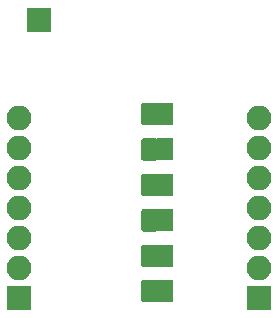
<source format=gbr>
G04 #@! TF.GenerationSoftware,KiCad,Pcbnew,(5.0.0)*
G04 #@! TF.CreationDate,2018-12-13T13:47:45+00:00*
G04 #@! TF.ProjectId,LoraThing,4C6F72615468696E672E6B696361645F,rev?*
G04 #@! TF.SameCoordinates,Original*
G04 #@! TF.FileFunction,Soldermask,Bot*
G04 #@! TF.FilePolarity,Negative*
%FSLAX46Y46*%
G04 Gerber Fmt 4.6, Leading zero omitted, Abs format (unit mm)*
G04 Created by KiCad (PCBNEW (5.0.0)) date 12/13/18 13:47:45*
%MOMM*%
%LPD*%
G01*
G04 APERTURE LIST*
%ADD10R,2.100000X2.100000*%
%ADD11O,2.100000X2.100000*%
%ADD12C,1.000000*%
%ADD13C,0.100000*%
%ADD14R,1.400000X1.900000*%
G04 APERTURE END LIST*
D10*
G04 #@! TO.C,J2*
X133620000Y-68580000D03*
D11*
X133620000Y-66040000D03*
X133620000Y-63500000D03*
X133620000Y-60960000D03*
X133620000Y-58420000D03*
X133620000Y-55880000D03*
X133620000Y-53340000D03*
G04 #@! TD*
D10*
G04 #@! TO.C,J1*
X113300000Y-68580000D03*
D11*
X113300000Y-66040000D03*
X113300000Y-63500000D03*
X113300000Y-60960000D03*
X113300000Y-58420000D03*
X113300000Y-55880000D03*
X113300000Y-53340000D03*
G04 #@! TD*
D10*
G04 #@! TO.C,J3*
X115000000Y-45000000D03*
G04 #@! TD*
D12*
G04 #@! TO.C,JP1*
X124350000Y-68000000D03*
D13*
G36*
X124889018Y-67053843D02*
X124926537Y-67065224D01*
X124961114Y-67083706D01*
X124991421Y-67108579D01*
X125016294Y-67138886D01*
X125034776Y-67173463D01*
X125046157Y-67210982D01*
X125050000Y-67250000D01*
X125050000Y-67500000D01*
X125250000Y-67500000D01*
X125289018Y-67503843D01*
X125326537Y-67515224D01*
X125361114Y-67533706D01*
X125391421Y-67558579D01*
X125416294Y-67588886D01*
X125434776Y-67623463D01*
X125446157Y-67660982D01*
X125450000Y-67700000D01*
X125450000Y-68300000D01*
X125446157Y-68339018D01*
X125434776Y-68376537D01*
X125416294Y-68411114D01*
X125391421Y-68441421D01*
X125361114Y-68466294D01*
X125326537Y-68484776D01*
X125289018Y-68496157D01*
X125250000Y-68500000D01*
X125050000Y-68500000D01*
X125050000Y-68750000D01*
X125046157Y-68789018D01*
X125034776Y-68826537D01*
X125016294Y-68861114D01*
X124991421Y-68891421D01*
X124961114Y-68916294D01*
X124926537Y-68934776D01*
X124889018Y-68946157D01*
X124850000Y-68950000D01*
X123850000Y-68950000D01*
X123810982Y-68946157D01*
X123773463Y-68934776D01*
X123738886Y-68916294D01*
X123708579Y-68891421D01*
X123683706Y-68861114D01*
X123665224Y-68826537D01*
X123653843Y-68789018D01*
X123650000Y-68750000D01*
X123650000Y-67250000D01*
X123653843Y-67210982D01*
X123665224Y-67173463D01*
X123683706Y-67138886D01*
X123708579Y-67108579D01*
X123738886Y-67083706D01*
X123773463Y-67065224D01*
X123810982Y-67053843D01*
X123850000Y-67050000D01*
X124850000Y-67050000D01*
X124889018Y-67053843D01*
X124889018Y-67053843D01*
G37*
D14*
X125650000Y-68000000D03*
G04 #@! TD*
G04 #@! TO.C,JP2*
X125650000Y-65000000D03*
D12*
X124350000Y-65000000D03*
D13*
G36*
X124889018Y-64053843D02*
X124926537Y-64065224D01*
X124961114Y-64083706D01*
X124991421Y-64108579D01*
X125016294Y-64138886D01*
X125034776Y-64173463D01*
X125046157Y-64210982D01*
X125050000Y-64250000D01*
X125050000Y-64500000D01*
X125250000Y-64500000D01*
X125289018Y-64503843D01*
X125326537Y-64515224D01*
X125361114Y-64533706D01*
X125391421Y-64558579D01*
X125416294Y-64588886D01*
X125434776Y-64623463D01*
X125446157Y-64660982D01*
X125450000Y-64700000D01*
X125450000Y-65300000D01*
X125446157Y-65339018D01*
X125434776Y-65376537D01*
X125416294Y-65411114D01*
X125391421Y-65441421D01*
X125361114Y-65466294D01*
X125326537Y-65484776D01*
X125289018Y-65496157D01*
X125250000Y-65500000D01*
X125050000Y-65500000D01*
X125050000Y-65750000D01*
X125046157Y-65789018D01*
X125034776Y-65826537D01*
X125016294Y-65861114D01*
X124991421Y-65891421D01*
X124961114Y-65916294D01*
X124926537Y-65934776D01*
X124889018Y-65946157D01*
X124850000Y-65950000D01*
X123850000Y-65950000D01*
X123810982Y-65946157D01*
X123773463Y-65934776D01*
X123738886Y-65916294D01*
X123708579Y-65891421D01*
X123683706Y-65861114D01*
X123665224Y-65826537D01*
X123653843Y-65789018D01*
X123650000Y-65750000D01*
X123650000Y-64250000D01*
X123653843Y-64210982D01*
X123665224Y-64173463D01*
X123683706Y-64138886D01*
X123708579Y-64108579D01*
X123738886Y-64083706D01*
X123773463Y-64065224D01*
X123810982Y-64053843D01*
X123850000Y-64050000D01*
X124850000Y-64050000D01*
X124889018Y-64053843D01*
X124889018Y-64053843D01*
G37*
G04 #@! TD*
D14*
G04 #@! TO.C,eJP3*
X125650000Y-62000000D03*
D12*
X124350000Y-62000000D03*
D13*
G36*
X124889018Y-61053843D02*
X124926537Y-61065224D01*
X124961114Y-61083706D01*
X124991421Y-61108579D01*
X125016294Y-61138886D01*
X125034776Y-61173463D01*
X125046157Y-61210982D01*
X125050000Y-61250000D01*
X125050000Y-61500000D01*
X125250000Y-61500000D01*
X125289018Y-61503843D01*
X125326537Y-61515224D01*
X125361114Y-61533706D01*
X125391421Y-61558579D01*
X125416294Y-61588886D01*
X125434776Y-61623463D01*
X125446157Y-61660982D01*
X125450000Y-61700000D01*
X125450000Y-62300000D01*
X125446157Y-62339018D01*
X125434776Y-62376537D01*
X125416294Y-62411114D01*
X125391421Y-62441421D01*
X125361114Y-62466294D01*
X125326537Y-62484776D01*
X125289018Y-62496157D01*
X125250000Y-62500000D01*
X125050000Y-62500000D01*
X125050000Y-62750000D01*
X125046157Y-62789018D01*
X125034776Y-62826537D01*
X125016294Y-62861114D01*
X124991421Y-62891421D01*
X124961114Y-62916294D01*
X124926537Y-62934776D01*
X124889018Y-62946157D01*
X124850000Y-62950000D01*
X123850000Y-62950000D01*
X123810982Y-62946157D01*
X123773463Y-62934776D01*
X123738886Y-62916294D01*
X123708579Y-62891421D01*
X123683706Y-62861114D01*
X123665224Y-62826537D01*
X123653843Y-62789018D01*
X123650000Y-62750000D01*
X123650000Y-61250000D01*
X123653843Y-61210982D01*
X123665224Y-61173463D01*
X123683706Y-61138886D01*
X123708579Y-61108579D01*
X123738886Y-61083706D01*
X123773463Y-61065224D01*
X123810982Y-61053843D01*
X123850000Y-61050000D01*
X124850000Y-61050000D01*
X124889018Y-61053843D01*
X124889018Y-61053843D01*
G37*
G04 #@! TD*
D12*
G04 #@! TO.C,JP4*
X124350000Y-59000000D03*
D13*
G36*
X124889018Y-58053843D02*
X124926537Y-58065224D01*
X124961114Y-58083706D01*
X124991421Y-58108579D01*
X125016294Y-58138886D01*
X125034776Y-58173463D01*
X125046157Y-58210982D01*
X125050000Y-58250000D01*
X125050000Y-58500000D01*
X125250000Y-58500000D01*
X125289018Y-58503843D01*
X125326537Y-58515224D01*
X125361114Y-58533706D01*
X125391421Y-58558579D01*
X125416294Y-58588886D01*
X125434776Y-58623463D01*
X125446157Y-58660982D01*
X125450000Y-58700000D01*
X125450000Y-59300000D01*
X125446157Y-59339018D01*
X125434776Y-59376537D01*
X125416294Y-59411114D01*
X125391421Y-59441421D01*
X125361114Y-59466294D01*
X125326537Y-59484776D01*
X125289018Y-59496157D01*
X125250000Y-59500000D01*
X125050000Y-59500000D01*
X125050000Y-59750000D01*
X125046157Y-59789018D01*
X125034776Y-59826537D01*
X125016294Y-59861114D01*
X124991421Y-59891421D01*
X124961114Y-59916294D01*
X124926537Y-59934776D01*
X124889018Y-59946157D01*
X124850000Y-59950000D01*
X123850000Y-59950000D01*
X123810982Y-59946157D01*
X123773463Y-59934776D01*
X123738886Y-59916294D01*
X123708579Y-59891421D01*
X123683706Y-59861114D01*
X123665224Y-59826537D01*
X123653843Y-59789018D01*
X123650000Y-59750000D01*
X123650000Y-58250000D01*
X123653843Y-58210982D01*
X123665224Y-58173463D01*
X123683706Y-58138886D01*
X123708579Y-58108579D01*
X123738886Y-58083706D01*
X123773463Y-58065224D01*
X123810982Y-58053843D01*
X123850000Y-58050000D01*
X124850000Y-58050000D01*
X124889018Y-58053843D01*
X124889018Y-58053843D01*
G37*
D14*
X125650000Y-59000000D03*
G04 #@! TD*
G04 #@! TO.C,JP5*
X125650000Y-56000000D03*
D12*
X124350000Y-56000000D03*
D13*
G36*
X124889018Y-55053843D02*
X124926537Y-55065224D01*
X124961114Y-55083706D01*
X124991421Y-55108579D01*
X125016294Y-55138886D01*
X125034776Y-55173463D01*
X125046157Y-55210982D01*
X125050000Y-55250000D01*
X125050000Y-55500000D01*
X125250000Y-55500000D01*
X125289018Y-55503843D01*
X125326537Y-55515224D01*
X125361114Y-55533706D01*
X125391421Y-55558579D01*
X125416294Y-55588886D01*
X125434776Y-55623463D01*
X125446157Y-55660982D01*
X125450000Y-55700000D01*
X125450000Y-56300000D01*
X125446157Y-56339018D01*
X125434776Y-56376537D01*
X125416294Y-56411114D01*
X125391421Y-56441421D01*
X125361114Y-56466294D01*
X125326537Y-56484776D01*
X125289018Y-56496157D01*
X125250000Y-56500000D01*
X125050000Y-56500000D01*
X125050000Y-56750000D01*
X125046157Y-56789018D01*
X125034776Y-56826537D01*
X125016294Y-56861114D01*
X124991421Y-56891421D01*
X124961114Y-56916294D01*
X124926537Y-56934776D01*
X124889018Y-56946157D01*
X124850000Y-56950000D01*
X123850000Y-56950000D01*
X123810982Y-56946157D01*
X123773463Y-56934776D01*
X123738886Y-56916294D01*
X123708579Y-56891421D01*
X123683706Y-56861114D01*
X123665224Y-56826537D01*
X123653843Y-56789018D01*
X123650000Y-56750000D01*
X123650000Y-55250000D01*
X123653843Y-55210982D01*
X123665224Y-55173463D01*
X123683706Y-55138886D01*
X123708579Y-55108579D01*
X123738886Y-55083706D01*
X123773463Y-55065224D01*
X123810982Y-55053843D01*
X123850000Y-55050000D01*
X124850000Y-55050000D01*
X124889018Y-55053843D01*
X124889018Y-55053843D01*
G37*
G04 #@! TD*
D12*
G04 #@! TO.C,JP6*
X124350000Y-53000000D03*
D13*
G36*
X124889018Y-52053843D02*
X124926537Y-52065224D01*
X124961114Y-52083706D01*
X124991421Y-52108579D01*
X125016294Y-52138886D01*
X125034776Y-52173463D01*
X125046157Y-52210982D01*
X125050000Y-52250000D01*
X125050000Y-52500000D01*
X125250000Y-52500000D01*
X125289018Y-52503843D01*
X125326537Y-52515224D01*
X125361114Y-52533706D01*
X125391421Y-52558579D01*
X125416294Y-52588886D01*
X125434776Y-52623463D01*
X125446157Y-52660982D01*
X125450000Y-52700000D01*
X125450000Y-53300000D01*
X125446157Y-53339018D01*
X125434776Y-53376537D01*
X125416294Y-53411114D01*
X125391421Y-53441421D01*
X125361114Y-53466294D01*
X125326537Y-53484776D01*
X125289018Y-53496157D01*
X125250000Y-53500000D01*
X125050000Y-53500000D01*
X125050000Y-53750000D01*
X125046157Y-53789018D01*
X125034776Y-53826537D01*
X125016294Y-53861114D01*
X124991421Y-53891421D01*
X124961114Y-53916294D01*
X124926537Y-53934776D01*
X124889018Y-53946157D01*
X124850000Y-53950000D01*
X123850000Y-53950000D01*
X123810982Y-53946157D01*
X123773463Y-53934776D01*
X123738886Y-53916294D01*
X123708579Y-53891421D01*
X123683706Y-53861114D01*
X123665224Y-53826537D01*
X123653843Y-53789018D01*
X123650000Y-53750000D01*
X123650000Y-52250000D01*
X123653843Y-52210982D01*
X123665224Y-52173463D01*
X123683706Y-52138886D01*
X123708579Y-52108579D01*
X123738886Y-52083706D01*
X123773463Y-52065224D01*
X123810982Y-52053843D01*
X123850000Y-52050000D01*
X124850000Y-52050000D01*
X124889018Y-52053843D01*
X124889018Y-52053843D01*
G37*
D14*
X125650000Y-53000000D03*
G04 #@! TD*
M02*

</source>
